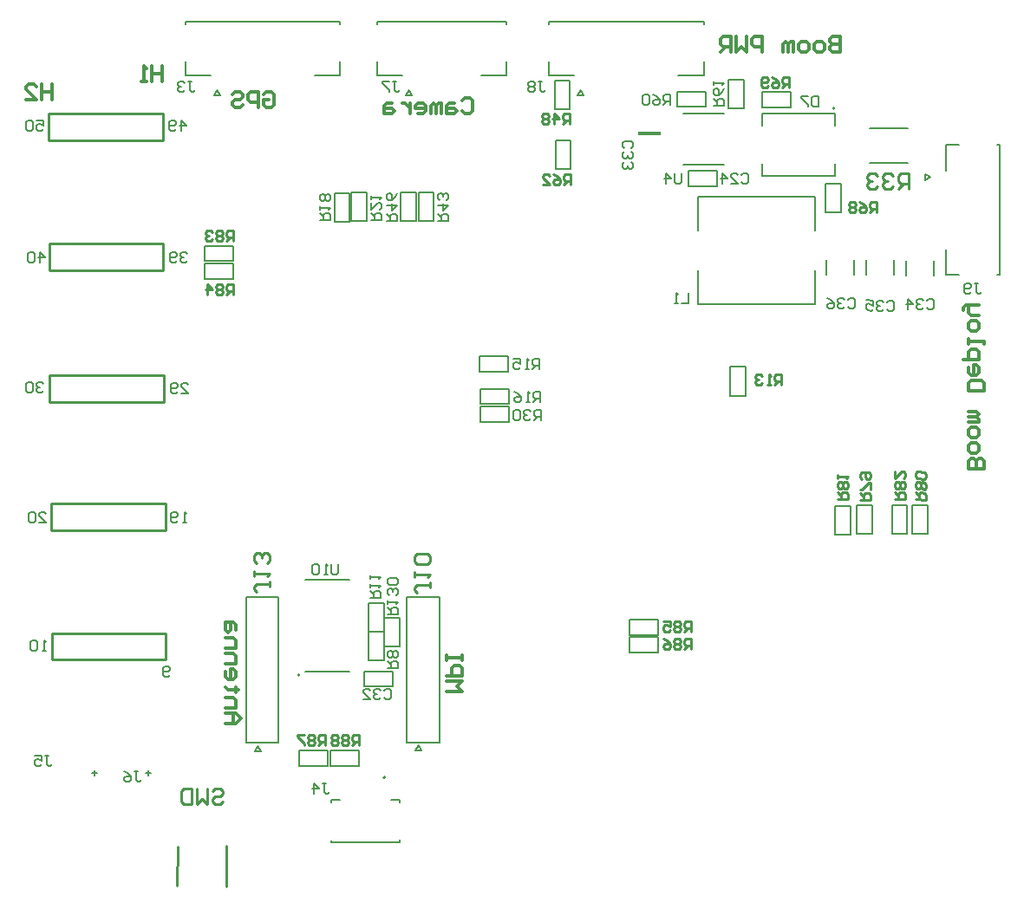
<source format=gbo>
G04*
G04 #@! TF.GenerationSoftware,Altium Limited,Altium Designer,24.2.2 (26)*
G04*
G04 Layer_Color=32896*
%FSLAX44Y44*%
%MOMM*%
G71*
G04*
G04 #@! TF.SameCoordinates,141F1B0E-D353-456E-9C8B-26D142171627*
G04*
G04*
G04 #@! TF.FilePolarity,Positive*
G04*
G01*
G75*
%ADD11C,0.2000*%
%ADD14C,0.1524*%
%ADD15C,0.1270*%
%ADD16C,0.2540*%
%ADD17C,0.2032*%
%ADD19C,0.3556*%
%ADD20R,2.2000X0.4000*%
D11*
X798500Y767250D02*
G03*
X798500Y767250I-1000J0D01*
G01*
X276102Y213808D02*
G03*
X276102Y213808I-1000J0D01*
G01*
X359750Y113700D02*
G03*
X359750Y113700I-1000J0D01*
G01*
X525000Y766750D02*
X540000D01*
Y794750D01*
X525000D02*
X540000D01*
X525000Y766750D02*
Y794750D01*
X790500Y604500D02*
Y619000D01*
X817500Y604500D02*
Y619000D01*
X829250Y605000D02*
Y619500D01*
X856250Y605000D02*
Y619500D01*
X868250Y604250D02*
Y618750D01*
X895250Y604250D02*
Y618750D01*
X694750Y767500D02*
Y795500D01*
X709750D01*
Y767500D02*
Y795500D01*
X694750Y767500D02*
X709750D01*
X275750Y140250D02*
X303750D01*
Y125250D02*
Y140250D01*
X275750Y125250D02*
X303750D01*
X275750D02*
Y140250D01*
X306250Y140000D02*
X334250D01*
Y125000D02*
Y140000D01*
X306250Y125000D02*
X334250D01*
X306250D02*
Y140000D01*
X597750Y253000D02*
X625750D01*
X597750D02*
Y268000D01*
X625750D01*
Y253000D02*
Y268000D01*
X597750Y250750D02*
X625750D01*
Y235750D02*
Y250750D01*
X597750Y235750D02*
X625750D01*
X597750D02*
Y250750D01*
X183500Y618250D02*
X211500D01*
X183500D02*
Y633250D01*
X211500D01*
Y618250D02*
Y633250D01*
X183500Y615500D02*
X211500D01*
Y600500D02*
Y615500D01*
X183500Y600500D02*
X211500D01*
X183500D02*
Y615500D01*
X869250Y351500D02*
Y379500D01*
X854250Y351500D02*
X869250D01*
X854250D02*
Y379500D01*
X869250D01*
X814000Y351250D02*
Y379250D01*
X799000Y351250D02*
X814000D01*
X799000D02*
Y379250D01*
X814000D01*
X874500Y351750D02*
Y379750D01*
X889500D01*
Y351750D02*
Y379750D01*
X874500Y351750D02*
X889500D01*
X820000Y351500D02*
Y379500D01*
X835000D01*
Y351500D02*
Y379500D01*
X820000Y351500D02*
X835000D01*
X540750Y708250D02*
Y736250D01*
X525750Y708250D02*
X540750D01*
X525750D02*
Y736250D01*
X540750D01*
X711500Y486750D02*
Y514750D01*
X696500Y486750D02*
X711500D01*
X696500D02*
Y514750D01*
X711500D01*
X452250Y476000D02*
X480250D01*
Y461000D02*
Y476000D01*
X452250Y461000D02*
X480250D01*
X452250D02*
Y476000D01*
Y493500D02*
X480250D01*
Y478500D02*
Y493500D01*
X452250Y478500D02*
X480250D01*
X452250D02*
Y493500D01*
X451250Y525250D02*
X479250D01*
Y510250D02*
Y525250D01*
X451250Y510250D02*
X479250D01*
X451250D02*
Y525250D01*
X392000Y657000D02*
Y685000D01*
X407000D01*
Y657000D02*
Y685000D01*
X392000Y657000D02*
X407000D01*
X375000Y657250D02*
Y685250D01*
X390000D01*
Y657250D02*
Y685250D01*
X375000Y657250D02*
X390000D01*
X789750Y665750D02*
Y693750D01*
X804750D01*
Y665750D02*
Y693750D01*
X789750Y665750D02*
X804750D01*
X684000Y691250D02*
Y706250D01*
X656000D02*
X684000D01*
X656000Y691250D02*
Y706250D01*
Y691250D02*
X684000D01*
X339250Y202500D02*
Y217500D01*
Y202500D02*
X367250D01*
Y217500D01*
X339250D02*
X367250D01*
X358602Y269808D02*
X373602D01*
X358602Y241808D02*
Y269808D01*
Y241808D02*
X373602D01*
Y269808D01*
X343602Y255808D02*
X358602D01*
X343602Y227808D02*
Y255808D01*
Y227808D02*
X358602D01*
Y255808D01*
X343602Y283808D02*
X358602D01*
X343602Y255808D02*
Y283808D01*
Y255808D02*
X358602D01*
Y283808D01*
X310000Y684750D02*
X325000D01*
X310000Y656750D02*
Y684750D01*
Y656750D02*
X325000D01*
Y684750D01*
X326750Y685000D02*
X341750D01*
X326750Y657000D02*
Y685000D01*
Y657000D02*
X341750D01*
Y685000D01*
X672500Y768750D02*
Y783750D01*
X644500D02*
X672500D01*
X644500Y768750D02*
Y783750D01*
Y768750D02*
X672500D01*
X727500Y768250D02*
Y783250D01*
Y768250D02*
X755500D01*
Y783250D01*
X727500D02*
X755500D01*
D14*
X779449Y576045D02*
Y609167D01*
Y648333D02*
Y681455D01*
X665149D02*
X779449D01*
X665149Y576045D02*
Y609167D01*
Y576045D02*
X779449D01*
X665149Y648333D02*
Y681455D01*
X281893Y306766D02*
X324311D01*
X281893Y216850D02*
X324311D01*
X73274Y117813D02*
X78352D01*
X75813Y120352D02*
Y115274D01*
X125774Y117813D02*
X130852D01*
X128313Y120352D02*
Y115274D01*
D15*
X832500Y748250D02*
X869500D01*
X832500Y714250D02*
X869500D01*
X798750Y750485D02*
Y762500D01*
X727750D02*
X798750D01*
X727750Y750485D02*
Y762500D01*
X798750Y701500D02*
Y713515D01*
X727750Y701500D02*
X798750D01*
X727750D02*
Y713515D01*
X645950Y800000D02*
X670750D01*
X519250D02*
X544050D01*
X519250Y852000D02*
X670750D01*
X519250Y800000D02*
Y813000D01*
X670750Y800000D02*
Y813000D01*
X547300Y780150D02*
X553300D01*
X550300Y785150D02*
X553300Y780150D01*
X547300D02*
X550300Y785150D01*
X519250Y849500D02*
Y852000D01*
X670750Y849500D02*
Y852000D01*
X956750Y605000D02*
X959250D01*
X956750Y731500D02*
X959250D01*
X887200Y703250D02*
X892200Y700250D01*
X887200Y697250D02*
X892200Y700250D01*
X887200Y697250D02*
Y703250D01*
X907250Y605000D02*
X920250D01*
X907250Y731500D02*
X920250D01*
X959250Y605000D02*
Y731500D01*
X907250Y706700D02*
Y731500D01*
Y605000D02*
Y629800D01*
X380602Y147808D02*
Y290308D01*
Y147808D02*
X412602D01*
Y290308D01*
X380602D02*
X412602D01*
X389102Y139808D02*
X395102D01*
X392102Y144808D02*
X395102Y139808D01*
X389102D02*
X392102Y144808D01*
X650500Y712250D02*
X690500D01*
X650500Y762750D02*
X690500D01*
X374000Y89300D02*
Y92000D01*
X365250D02*
X374000D01*
X306500D02*
X315250D01*
X306500Y89300D02*
Y92000D01*
Y50000D02*
Y52000D01*
Y50000D02*
X374000D01*
Y52500D01*
X478250Y849500D02*
Y852000D01*
X351750Y849500D02*
Y852000D01*
X380000Y779950D02*
X383000Y784950D01*
X386000Y779950D01*
X380000D02*
X386000D01*
X478250Y800000D02*
Y813000D01*
X351750Y800000D02*
Y813000D01*
Y852000D02*
X478250D01*
X351750Y800000D02*
X376550D01*
X453450D02*
X478250D01*
X223602Y147308D02*
Y289808D01*
Y147308D02*
X255602D01*
Y289808D01*
X223602D02*
X255602D01*
X232102Y139308D02*
X238102D01*
X235102Y144308D02*
X238102Y139308D01*
X232102D02*
X235102Y144308D01*
X290950Y800000D02*
X315750D01*
X164250D02*
X189050D01*
X164250Y852000D02*
X315750D01*
X164250Y800000D02*
Y813000D01*
X315750Y800000D02*
Y813000D01*
X192300Y780150D02*
X198300D01*
X195300Y785150D02*
X198300Y780150D01*
X192300D02*
X195300Y785150D01*
X164250Y849500D02*
Y852000D01*
X315750Y849500D02*
Y852000D01*
D16*
X33250Y355000D02*
X144750D01*
X33250Y381000D02*
X144750D01*
Y355000D02*
Y381000D01*
X33250Y355000D02*
Y381000D01*
X32000Y480750D02*
X143500D01*
X32000Y506750D02*
X143500D01*
Y480750D02*
Y506750D01*
X32000Y480750D02*
Y506750D01*
X31500Y609250D02*
X143000D01*
X31500Y635250D02*
X143000D01*
Y609250D02*
Y635250D01*
X31500Y609250D02*
Y635250D01*
X31000Y736250D02*
X142500D01*
X31000Y762250D02*
X142500D01*
Y736250D02*
Y762250D01*
X31000Y736250D02*
Y762250D01*
X34000Y228750D02*
X145500D01*
X34000Y254750D02*
X145500D01*
Y228750D02*
Y254750D01*
X34000Y228750D02*
Y254750D01*
X156590Y7820D02*
X156840Y46320D01*
X204340Y7570D02*
X204567Y46740D01*
X190757Y100580D02*
X193297Y103119D01*
X198375D01*
X200914Y100580D01*
Y98041D01*
X198375Y95501D01*
X193297D01*
X190757Y92962D01*
Y90423D01*
X193297Y87884D01*
X198375D01*
X200914Y90423D01*
X185679Y103119D02*
Y87884D01*
X180601Y92962D01*
X175522Y87884D01*
Y103119D01*
X170444D02*
Y87884D01*
X162826D01*
X160287Y90423D01*
Y100580D01*
X162826Y103119D01*
X170444D01*
X333806Y145210D02*
X333778Y155366D01*
X328700Y155352D01*
X327012Y153654D01*
X327021Y150269D01*
X328719Y148581D01*
X333797Y148595D01*
X330411Y148586D02*
X327035Y145191D01*
X323626Y153645D02*
X321929Y155333D01*
X318543Y155324D01*
X316855Y153626D01*
X316860Y151933D01*
X318557Y150245D01*
X316869Y148548D01*
X316874Y146855D01*
X318571Y145167D01*
X321957Y145176D01*
X323645Y146874D01*
X323640Y148567D01*
X321943Y150255D01*
X323631Y151952D01*
X323626Y153645D01*
X321943Y150255D02*
X318557Y150245D01*
X313469Y153617D02*
X311772Y155305D01*
X308386Y155295D01*
X306698Y153598D01*
X306703Y151905D01*
X308400Y150217D01*
X306712Y148519D01*
X306717Y146827D01*
X308415Y145139D01*
X311800Y145148D01*
X313488Y146846D01*
X313484Y148538D01*
X311786Y150226D01*
X313474Y151924D01*
X313469Y153617D01*
X311786Y150226D02*
X308400Y150217D01*
X301266Y145103D02*
X301318Y155260D01*
X296239Y155286D01*
X294538Y153601D01*
X294521Y150216D01*
X296205Y148514D01*
X301284Y148489D01*
X297898Y148506D02*
X294495Y145138D01*
X291153Y153618D02*
X289468Y155320D01*
X286083Y155337D01*
X284382Y153653D01*
X284373Y151960D01*
X286057Y150259D01*
X284356Y148574D01*
X284347Y146882D01*
X286032Y145180D01*
X289417Y145163D01*
X291118Y146847D01*
X291127Y148540D01*
X289443Y150241D01*
X291144Y151926D01*
X291153Y153618D01*
X289443Y150241D02*
X286057Y150259D01*
X281005Y155363D02*
X274233Y155397D01*
X274225Y153704D01*
X280962Y146899D01*
X280953Y145206D01*
X658310Y238969D02*
X658274Y249126D01*
X653196Y249108D01*
X651509Y247409D01*
X651521Y244024D01*
X653220Y242337D01*
X658298Y242355D01*
X654913Y242343D02*
X651539Y238946D01*
X648124Y247397D02*
X646425Y249084D01*
X643039Y249072D01*
X641352Y247374D01*
X641358Y245681D01*
X643057Y243994D01*
X641370Y242295D01*
X641376Y240602D01*
X643075Y238916D01*
X646461Y238928D01*
X648148Y240626D01*
X648141Y242319D01*
X646443Y244006D01*
X648130Y245705D01*
X648124Y247397D01*
X646443Y244006D02*
X643057Y243994D01*
X631190Y249031D02*
X634581Y247350D01*
X637979Y243976D01*
X637991Y240591D01*
X636304Y238892D01*
X632919Y238880D01*
X631220Y240567D01*
X631214Y242260D01*
X632901Y243958D01*
X637979Y243976D01*
X658292Y255922D02*
Y266078D01*
X653214D01*
X651521Y264386D01*
Y261000D01*
X653214Y259307D01*
X658292D01*
X654907D02*
X651521Y255922D01*
X648136Y264386D02*
X646443Y266078D01*
X643057D01*
X641365Y264386D01*
Y262693D01*
X643057Y261000D01*
X641365Y259307D01*
Y257614D01*
X643057Y255922D01*
X646443D01*
X648136Y257614D01*
Y259307D01*
X646443Y261000D01*
X648136Y262693D01*
Y264386D01*
X646443Y261000D02*
X643057D01*
X631208Y266078D02*
X637979D01*
Y261000D01*
X634593Y262693D01*
X632901D01*
X631208Y261000D01*
Y257614D01*
X632901Y255922D01*
X636286D01*
X637979Y257614D01*
X211019Y585109D02*
X211066Y595265D01*
X205987Y595289D01*
X204287Y593604D01*
X204271Y590219D01*
X205956Y588518D01*
X211034Y588494D01*
X207649Y588510D02*
X204247Y585140D01*
X200901Y593620D02*
X199216Y595321D01*
X195831Y595336D01*
X194130Y593651D01*
X194122Y591959D01*
X195807Y590258D01*
X194107Y588573D01*
X194099Y586880D01*
X195784Y585180D01*
X199169Y585164D01*
X200870Y586849D01*
X200878Y588541D01*
X199193Y590242D01*
X200893Y591927D01*
X200901Y593620D01*
X199193Y590242D02*
X195807Y590258D01*
X185627Y585227D02*
X185674Y595383D01*
X190729Y590281D01*
X183958Y590313D01*
X210792Y638172D02*
Y648328D01*
X205714D01*
X204021Y646636D01*
Y643250D01*
X205714Y641557D01*
X210792D01*
X207407D02*
X204021Y638172D01*
X200636Y646636D02*
X198943Y648328D01*
X195557D01*
X193864Y646636D01*
Y644943D01*
X195557Y643250D01*
X193864Y641557D01*
Y639865D01*
X195557Y638172D01*
X198943D01*
X200636Y639865D01*
Y641557D01*
X198943Y643250D01*
X200636Y644943D01*
Y646636D01*
X198943Y643250D02*
X195557D01*
X190479Y646636D02*
X188786Y648328D01*
X185401D01*
X183708Y646636D01*
Y644943D01*
X185401Y643250D01*
X187093D01*
X185401D01*
X183708Y641557D01*
Y639865D01*
X185401Y638172D01*
X188786D01*
X190479Y639865D01*
X856922Y385208D02*
X867078Y385208D01*
X867078Y390286D01*
X865386Y391979D01*
X862000Y391979D01*
X860307Y390286D01*
X860307Y385208D01*
X860307Y388593D02*
X856922Y391979D01*
X865386Y395364D02*
X867078Y397057D01*
X867078Y400443D01*
X865386Y402136D01*
X863693Y402136D01*
X862000Y400443D01*
X860307Y402136D01*
X858614D01*
X856922Y400443D01*
X856922Y397057D01*
X858615Y395364D01*
X860307D01*
X862000Y397057D01*
X863693Y395364D01*
X865386Y395364D01*
X862000Y397057D02*
X862000Y400443D01*
X856921Y412292D02*
X856922Y405521D01*
X863693Y412292D01*
X865386Y412292D01*
X867078Y410600D01*
X867078Y407214D01*
X865386Y405521D01*
X801099Y385432D02*
X811256Y385370D01*
X811287Y390448D01*
X809604Y392151D01*
X806219Y392172D01*
X804516Y390489D01*
X804485Y385411D01*
X804505Y388797D02*
X801141Y392203D01*
X809625Y395536D02*
X811328Y397219D01*
X811349Y400604D01*
X809667Y402308D01*
X807974Y402318D01*
X806271Y400635D01*
X804588Y402339D01*
X802896Y402349D01*
X801192Y400667D01*
X801172Y397281D01*
X802854Y395578D01*
X804547Y395568D01*
X806250Y397250D01*
X807932Y395547D01*
X809625Y395536D01*
X806250Y397250D02*
X806271Y400635D01*
X801224Y405745D02*
X801244Y409130D01*
X801234Y407438D01*
X811391Y407375D01*
X809688Y405693D01*
X877312Y385249D02*
X887468Y385167D01*
X887510Y390245D01*
X885831Y391952D01*
X882445Y391979D01*
X880739Y390300D01*
X880698Y385222D01*
X880725Y388607D02*
X877367Y392020D01*
X885858Y395337D02*
X887564Y397016D01*
X887592Y400402D01*
X885913Y402108D01*
X884220Y402122D01*
X882514Y400443D01*
X880835Y402149D01*
X879142Y402163D01*
X877436Y400484D01*
X877408Y397098D01*
X879087Y395392D01*
X880780Y395378D01*
X882486Y397057D01*
X884165Y395351D01*
X885858Y395337D01*
X882486Y397057D02*
X882514Y400443D01*
X885940Y405494D02*
X887647Y407173D01*
X887674Y410558D01*
X885995Y412264D01*
X879224Y412319D01*
X877518Y410640D01*
X877490Y407255D01*
X879169Y405548D01*
X885940Y405494D01*
X823115Y384979D02*
X833272Y384937D01*
X833293Y390015D01*
X831607Y391715D01*
X828222Y391729D01*
X826522Y390043D01*
X826501Y384965D01*
X826515Y388350D02*
X823143Y391750D01*
X833314Y395093D02*
X833343Y401864D01*
X831650Y401871D01*
X824850Y395129D01*
X823158Y395136D01*
X824893Y405285D02*
X823207Y406985D01*
X823221Y410370D01*
X824921Y412056D01*
X831692Y412028D01*
X833378Y410328D01*
X833364Y406943D01*
X831664Y405257D01*
X829971Y405264D01*
X828285Y406964D01*
X828306Y412042D01*
X540292Y693172D02*
Y703328D01*
X535214D01*
X533521Y701636D01*
Y698250D01*
X535214Y696557D01*
X540292D01*
X536907D02*
X533521Y693172D01*
X523364Y703328D02*
X526750Y701636D01*
X530136Y698250D01*
Y694864D01*
X528443Y693172D01*
X525057D01*
X523364Y694864D01*
Y696557D01*
X525057Y698250D01*
X530136D01*
X513208Y693172D02*
X519979D01*
X513208Y699943D01*
Y701636D01*
X514901Y703328D01*
X518286D01*
X519979Y701636D01*
X539524Y751872D02*
X539561Y762029D01*
X534483Y762047D01*
X532784Y760361D01*
X532771Y756975D01*
X534458Y755276D01*
X539536Y755257D01*
X536150Y755270D02*
X532752Y751897D01*
X524289Y751928D02*
X524326Y762085D01*
X529386Y756988D01*
X522615Y757012D01*
X519241Y760411D02*
X517555Y762110D01*
X514169Y762122D01*
X512470Y760435D01*
X512464Y758743D01*
X514151Y757044D01*
X512452Y755357D01*
X512445Y753664D01*
X514132Y751965D01*
X517518Y751953D01*
X519216Y753639D01*
X519223Y755332D01*
X517536Y757031D01*
X519235Y758718D01*
X519241Y760411D01*
X517536Y757031D02*
X514151Y757044D01*
X745946Y497172D02*
Y507328D01*
X740868D01*
X739175Y505636D01*
Y502250D01*
X740868Y500557D01*
X745946D01*
X742560D02*
X739175Y497172D01*
X735789D02*
X732404D01*
X734096D01*
Y507328D01*
X735789Y505636D01*
X727325D02*
X725632Y507328D01*
X722247D01*
X720554Y505636D01*
Y503943D01*
X722247Y502250D01*
X723940D01*
X722247D01*
X720554Y500557D01*
Y498865D01*
X722247Y497172D01*
X725632D01*
X727325Y498865D01*
X871064Y688633D02*
Y703868D01*
X863446D01*
X860907Y701328D01*
Y696250D01*
X863446Y693711D01*
X871064D01*
X865985D02*
X860907Y688633D01*
X855828Y701328D02*
X853289Y703868D01*
X848211D01*
X845672Y701328D01*
Y698789D01*
X848211Y696250D01*
X850750D01*
X848211D01*
X845672Y693711D01*
Y691172D01*
X848211Y688633D01*
X853289D01*
X855828Y691172D01*
X840593Y701328D02*
X838054Y703868D01*
X832976D01*
X830437Y701328D01*
Y698789D01*
X832976Y696250D01*
X835515D01*
X832976D01*
X830437Y693711D01*
Y691172D01*
X832976Y688633D01*
X838054D01*
X840593Y691172D01*
X753988Y787780D02*
X754095Y797936D01*
X749017Y797990D01*
X747306Y796315D01*
X747271Y792929D01*
X748946Y791219D01*
X754024Y791166D01*
X750639Y791201D02*
X747218Y787851D01*
X737168Y798114D02*
X740536Y796385D01*
X743885Y792965D01*
X743850Y789579D01*
X742140Y787904D01*
X738754Y787940D01*
X737079Y789650D01*
X737097Y791343D01*
X738807Y793018D01*
X743885Y792965D01*
X733694Y789686D02*
X731983Y788010D01*
X728598Y788046D01*
X726923Y789756D01*
X726994Y796527D01*
X728704Y798202D01*
X732090Y798167D01*
X733765Y796456D01*
X733747Y794764D01*
X732037Y793089D01*
X726958Y793142D01*
X839042Y666172D02*
Y676328D01*
X833964D01*
X832271Y674636D01*
Y671250D01*
X833964Y669557D01*
X839042D01*
X835657D02*
X832271Y666172D01*
X822114Y676328D02*
X825500Y674636D01*
X828886Y671250D01*
Y667865D01*
X827193Y666172D01*
X823807D01*
X822114Y667865D01*
Y669557D01*
X823807Y671250D01*
X828886D01*
X818729Y674636D02*
X817036Y676328D01*
X813651D01*
X811958Y674636D01*
Y672943D01*
X813651Y671250D01*
X811958Y669557D01*
Y667865D01*
X813651Y666172D01*
X817036D01*
X818729Y667865D01*
Y669557D01*
X817036Y671250D01*
X818729Y672943D01*
Y674636D01*
X817036Y671250D02*
X813651D01*
X246368Y305363D02*
Y300285D01*
Y302824D01*
X233672D01*
X231133Y300285D01*
Y297745D01*
X233672Y295206D01*
X231133Y310441D02*
Y315520D01*
Y312980D01*
X246368D01*
X243828Y310441D01*
Y323137D02*
X246368Y325676D01*
Y330755D01*
X243828Y333294D01*
X241289D01*
X238750Y330755D01*
Y328215D01*
Y330755D01*
X236211Y333294D01*
X233672D01*
X231133Y330755D01*
Y325676D01*
X233672Y323137D01*
X403096Y304041D02*
Y298962D01*
Y301502D01*
X390400D01*
X387860Y298962D01*
Y296423D01*
X390400Y293884D01*
X387860Y309119D02*
Y314198D01*
Y311658D01*
X403096D01*
X400556Y309119D01*
Y321815D02*
X403096Y324354D01*
Y329433D01*
X400556Y331972D01*
X390400D01*
X387860Y329433D01*
Y324354D01*
X390400Y321815D01*
X400556D01*
D17*
X160140Y745532D02*
Y755689D01*
X165218Y750610D01*
X158447D01*
X155061Y747225D02*
X153369Y745532D01*
X149983D01*
X148290Y747225D01*
Y753996D01*
X149983Y755689D01*
X153369D01*
X155061Y753996D01*
Y752303D01*
X153369Y750610D01*
X148290D01*
X166218Y625496D02*
X164525Y627189D01*
X161140D01*
X159447Y625496D01*
Y623803D01*
X161140Y622110D01*
X162832D01*
X161140D01*
X159447Y620418D01*
Y618725D01*
X161140Y617032D01*
X164525D01*
X166218Y618725D01*
X156061D02*
X154368Y617032D01*
X150983D01*
X149290Y618725D01*
Y625496D01*
X150983Y627189D01*
X154368D01*
X156061Y625496D01*
Y623803D01*
X154368Y622110D01*
X149290D01*
X160447Y488782D02*
X167218D01*
X160447Y495553D01*
Y497246D01*
X162140Y498939D01*
X165525D01*
X167218Y497246D01*
X157061Y490475D02*
X155368Y488782D01*
X151983D01*
X150290Y490475D01*
Y497246D01*
X151983Y498939D01*
X155368D01*
X157061Y497246D01*
Y495553D01*
X155368Y493860D01*
X150290D01*
X165218Y362782D02*
X161832D01*
X163525D01*
Y372939D01*
X165218Y371246D01*
X156754Y364475D02*
X155061Y362782D01*
X151676D01*
X149983Y364475D01*
Y371246D01*
X151676Y372939D01*
X155061D01*
X156754Y371246D01*
Y369553D01*
X155061Y367860D01*
X149983D01*
X149218Y213725D02*
X147525Y212032D01*
X144140D01*
X142447Y213725D01*
Y220496D01*
X144140Y222189D01*
X147525D01*
X149218Y220496D01*
Y218803D01*
X147525Y217110D01*
X142447D01*
X19197Y755939D02*
X25968D01*
Y750860D01*
X22582Y752553D01*
X20890D01*
X19197Y750860D01*
Y747475D01*
X20890Y745782D01*
X24275D01*
X25968Y747475D01*
X15811Y754246D02*
X14118Y755939D01*
X10733D01*
X9040Y754246D01*
Y747475D01*
X10733Y745782D01*
X14118D01*
X15811Y747475D01*
Y754246D01*
X22140Y616782D02*
Y626939D01*
X27218Y621860D01*
X20447D01*
X17061Y625246D02*
X15368Y626939D01*
X11983D01*
X10290Y625246D01*
Y618475D01*
X11983Y616782D01*
X15368D01*
X17061Y618475D01*
Y625246D01*
X25968Y498496D02*
X24275Y500189D01*
X20890D01*
X19197Y498496D01*
Y496803D01*
X20890Y495110D01*
X22582D01*
X20890D01*
X19197Y493418D01*
Y491725D01*
X20890Y490032D01*
X24275D01*
X25968Y491725D01*
X15811Y498496D02*
X14118Y500189D01*
X10733D01*
X9040Y498496D01*
Y491725D01*
X10733Y490032D01*
X14118D01*
X15811Y491725D01*
Y498496D01*
X21447Y363032D02*
X28218D01*
X21447Y369803D01*
Y371496D01*
X23140Y373189D01*
X26525D01*
X28218Y371496D01*
X18061D02*
X16368Y373189D01*
X12983D01*
X11290Y371496D01*
Y364725D01*
X12983Y363032D01*
X16368D01*
X18061Y364725D01*
Y371496D01*
X28218Y237032D02*
X24832D01*
X26525D01*
Y247189D01*
X28218Y245496D01*
X19754D02*
X18061Y247189D01*
X14676D01*
X12983Y245496D01*
Y238725D01*
X14676Y237032D01*
X18061D01*
X19754Y238725D01*
Y245496D01*
X114697Y119439D02*
X118082D01*
X116390D01*
Y110975D01*
X118082Y109282D01*
X119775D01*
X121468Y110975D01*
X104540Y119439D02*
X107926Y117746D01*
X111311Y114360D01*
Y110975D01*
X109619Y109282D01*
X106233D01*
X104540Y110975D01*
Y112668D01*
X106233Y114360D01*
X111311D01*
X27197Y134939D02*
X30582D01*
X28890D01*
Y126475D01*
X30582Y124782D01*
X32275D01*
X33968Y126475D01*
X17040Y134939D02*
X23811D01*
Y129860D01*
X20426Y131553D01*
X18733D01*
X17040Y129860D01*
Y126475D01*
X18733Y124782D01*
X22118D01*
X23811Y126475D01*
X298365Y108202D02*
X301750D01*
X300058D01*
Y99738D01*
X301750Y98046D01*
X303443D01*
X305136Y99738D01*
X289901Y98046D02*
Y108202D01*
X294979Y103124D01*
X288208D01*
X655628Y586932D02*
X655411Y576778D01*
X648641Y576923D01*
X645256Y576995D02*
X641872Y577068D01*
X643564Y577032D01*
X643782Y587186D01*
X645438Y585457D01*
X680012Y770220D02*
X690168Y770083D01*
X690237Y775161D01*
X688567Y776876D01*
X685182Y776922D01*
X683466Y775252D01*
X683398Y770174D01*
X683443Y773560D02*
X680104Y776991D01*
X690396Y787009D02*
X688658Y783647D01*
X685227Y780307D01*
X681842Y780353D01*
X680172Y782069D01*
X680218Y785454D01*
X681933Y787124D01*
X683626Y787101D01*
X685296Y785385D01*
X685227Y780307D01*
X680286Y790532D02*
X680332Y793917D01*
X680309Y792224D01*
X690465Y792087D01*
X688749Y790417D01*
X638292Y770922D02*
Y781078D01*
X633214D01*
X631521Y779386D01*
Y776000D01*
X633214Y774307D01*
X638292D01*
X634907D02*
X631521Y770922D01*
X621364Y781078D02*
X624750Y779386D01*
X628136Y776000D01*
Y772615D01*
X626443Y770922D01*
X623057D01*
X621364Y772615D01*
Y774307D01*
X623057Y776000D01*
X628136D01*
X617979Y779386D02*
X616286Y781078D01*
X612901D01*
X611208Y779386D01*
Y772615D01*
X612901Y770922D01*
X616286D01*
X617979Y772615D01*
Y779386D01*
X935193Y596828D02*
X938578D01*
X936886D01*
Y588364D01*
X938578Y586672D01*
X940271D01*
X941964Y588364D01*
X931807D02*
X930114Y586672D01*
X926729D01*
X925036Y588364D01*
Y595136D01*
X926729Y596828D01*
X930114D01*
X931807Y595136D01*
Y593443D01*
X930114Y591750D01*
X925036D01*
X782964Y779328D02*
Y769172D01*
X777886D01*
X776193Y770864D01*
Y777636D01*
X777886Y779328D01*
X782964D01*
X772807D02*
X766036D01*
Y777636D01*
X772807Y770864D01*
Y769172D01*
X811535Y580608D02*
X813235Y582294D01*
X816620Y582280D01*
X818306Y580580D01*
X818278Y573809D01*
X816579Y572123D01*
X813193Y572137D01*
X811507Y573837D01*
X808149Y580622D02*
X806464Y582321D01*
X803078Y582335D01*
X801378Y580649D01*
X801371Y578957D01*
X803057Y577257D01*
X804750Y577250D01*
X803057Y577257D01*
X801358Y575571D01*
X801351Y573878D01*
X803036Y572179D01*
X806422Y572165D01*
X808122Y573851D01*
X791229Y582384D02*
X794607Y580677D01*
X797979Y577278D01*
X797965Y573892D01*
X796265Y572206D01*
X792880Y572220D01*
X791194Y573920D01*
X791201Y575613D01*
X792901Y577299D01*
X797979Y577278D01*
X849550Y578078D02*
X851257Y579756D01*
X854642Y579728D01*
X856320Y578021D01*
X856263Y571250D01*
X854556Y569571D01*
X851171Y569600D01*
X849492Y571307D01*
X846164Y578107D02*
X844486Y579814D01*
X841100Y579843D01*
X839393Y578164D01*
X839379Y576471D01*
X841057Y574764D01*
X842750Y574750D01*
X841057Y574764D01*
X839350Y573086D01*
X839336Y571393D01*
X841014Y569686D01*
X844400Y569658D01*
X846107Y571336D01*
X829251Y579943D02*
X836022Y579886D01*
X835979Y574808D01*
X832608Y576529D01*
X830915Y576543D01*
X829208Y574865D01*
X829180Y571479D01*
X830858Y569772D01*
X834243Y569744D01*
X835950Y571422D01*
X888271Y579386D02*
X889964Y581078D01*
X893350D01*
X895042Y579386D01*
Y572615D01*
X893350Y570922D01*
X889964D01*
X888271Y572615D01*
X884886Y579386D02*
X883193Y581078D01*
X879807D01*
X878114Y579386D01*
Y577693D01*
X879807Y576000D01*
X881500D01*
X879807D01*
X878114Y574307D01*
Y572615D01*
X879807Y570922D01*
X883193D01*
X884886Y572615D01*
X869650Y570922D02*
Y581078D01*
X874729Y576000D01*
X867958D01*
X592864Y728521D02*
X591172Y730214D01*
Y733599D01*
X592864Y735292D01*
X599636D01*
X601328Y733599D01*
Y730214D01*
X599636Y728521D01*
X592864Y725136D02*
X591172Y723443D01*
Y720057D01*
X592864Y718364D01*
X594557D01*
X596250Y720057D01*
Y721750D01*
Y720057D01*
X597943Y718364D01*
X599636D01*
X601328Y720057D01*
Y723443D01*
X599636Y725136D01*
X592864Y714979D02*
X591172Y713286D01*
Y709901D01*
X592864Y708208D01*
X594557D01*
X596250Y709901D01*
Y711593D01*
Y709901D01*
X597943Y708208D01*
X599636D01*
X601328Y709901D01*
Y713286D01*
X599636Y714979D01*
X511777Y462632D02*
X511807Y472789D01*
X506729Y472804D01*
X505031Y471116D01*
X505021Y467730D01*
X506709Y466033D01*
X511787Y466018D01*
X508402Y466028D02*
X505006Y462652D01*
X501645Y471126D02*
X499958Y472823D01*
X496572Y472833D01*
X494874Y471145D01*
X494869Y469453D01*
X496557Y467755D01*
X498250Y467750D01*
X496557Y467755D01*
X494860Y466067D01*
X494855Y464374D01*
X496542Y462677D01*
X499928Y462667D01*
X501626Y464355D01*
X491489Y471155D02*
X489801Y472853D01*
X486415Y472863D01*
X484718Y471175D01*
X484698Y464404D01*
X486386Y462706D01*
X489771Y462696D01*
X491469Y464384D01*
X491489Y471155D01*
X345422Y657900D02*
X355578D01*
Y662979D01*
X353886Y664672D01*
X350500D01*
X348807Y662979D01*
Y657900D01*
Y661286D02*
X345422Y664672D01*
Y674828D02*
Y668057D01*
X352193Y674828D01*
X353886D01*
X355578Y673136D01*
Y669750D01*
X353886Y668057D01*
X345422Y678214D02*
Y681600D01*
Y679907D01*
X355578D01*
X353886Y678214D01*
X295922Y658054D02*
X306078D01*
Y663132D01*
X304386Y664825D01*
X301000D01*
X299307Y663132D01*
Y658054D01*
Y661440D02*
X295922Y664825D01*
Y668211D02*
Y671596D01*
Y669904D01*
X306078D01*
X304386Y668211D01*
Y676675D02*
X306078Y678368D01*
Y681753D01*
X304386Y683446D01*
X302693D01*
X301000Y681753D01*
X299307Y683446D01*
X297614D01*
X295922Y681753D01*
Y678368D01*
X297614Y676675D01*
X299307D01*
X301000Y678368D01*
X302693Y676675D01*
X304386D01*
X301000Y678368D02*
Y681753D01*
X510663Y480340D02*
X510728Y490497D01*
X505650Y490529D01*
X503946Y488848D01*
X503925Y485462D01*
X505606Y483758D01*
X510685Y483726D01*
X507299Y483747D02*
X503892Y480384D01*
X500507Y480406D02*
X497121Y480427D01*
X498814Y480416D01*
X498879Y490573D01*
X500561Y488869D01*
X485337Y490660D02*
X488712Y488945D01*
X492075Y485538D01*
X492054Y482153D01*
X490350Y480471D01*
X486964Y480492D01*
X485283Y482196D01*
X485294Y483889D01*
X486997Y485571D01*
X492075Y485538D01*
X510476Y512747D02*
X510416Y522903D01*
X505337Y522873D01*
X503655Y521171D01*
X503675Y517785D01*
X505377Y516102D01*
X510456Y516132D01*
X507070Y516112D02*
X503705Y512707D01*
X500319Y512687D02*
X496934Y512667D01*
X498626Y512677D01*
X498566Y522833D01*
X500269Y521151D01*
X485024Y522753D02*
X491795Y522793D01*
X491825Y517715D01*
X488430Y519388D01*
X486737Y519378D01*
X485054Y517675D01*
X485074Y514290D01*
X486777Y512607D01*
X490163Y512627D01*
X491845Y514330D01*
X345024Y288805D02*
X355180D01*
Y293883D01*
X353488Y295576D01*
X350102D01*
X348409Y293883D01*
Y288805D01*
Y292190D02*
X345024Y295576D01*
Y298962D02*
Y302347D01*
Y300654D01*
X355180D01*
X353488Y298962D01*
X345024Y307425D02*
Y310811D01*
Y309118D01*
X355180D01*
X353488Y307425D01*
X361922Y220786D02*
X372078D01*
Y225864D01*
X370386Y227557D01*
X367000D01*
X365307Y225864D01*
Y220786D01*
Y224172D02*
X361922Y227557D01*
X370386Y230943D02*
X372078Y232636D01*
Y236021D01*
X370386Y237714D01*
X368693D01*
X367000Y236021D01*
X365307Y237714D01*
X363614D01*
X361922Y236021D01*
Y232636D01*
X363614Y230943D01*
X365307D01*
X367000Y232636D01*
X368693Y230943D01*
X370386D01*
X367000Y232636D02*
Y236021D01*
X167555Y794002D02*
X170940D01*
X169248D01*
Y785538D01*
X170940Y783846D01*
X172633D01*
X174326Y785538D01*
X164169Y792310D02*
X162476Y794002D01*
X159091D01*
X157398Y792310D01*
Y790617D01*
X159091Y788924D01*
X160784D01*
X159091D01*
X157398Y787231D01*
Y785538D01*
X159091Y783846D01*
X162476D01*
X164169Y785538D01*
X313940Y321816D02*
Y313352D01*
X312247Y311660D01*
X308862D01*
X307169Y313352D01*
Y321816D01*
X303783Y311660D02*
X300398D01*
X302090D01*
Y321816D01*
X303783Y320124D01*
X295319D02*
X293626Y321816D01*
X290241D01*
X288548Y320124D01*
Y313352D01*
X290241Y311660D01*
X293626D01*
X295319Y313352D01*
Y320124D01*
X648964Y703828D02*
Y695364D01*
X647271Y693672D01*
X643886D01*
X642193Y695364D01*
Y703828D01*
X633729Y693672D02*
Y703828D01*
X638807Y698750D01*
X632036D01*
X362024Y273034D02*
X372180D01*
Y278112D01*
X370488Y279805D01*
X367102D01*
X365409Y278112D01*
Y273034D01*
Y276419D02*
X362024Y279805D01*
Y283190D02*
Y286576D01*
Y284883D01*
X372180D01*
X370488Y283190D01*
Y291654D02*
X372180Y293347D01*
Y296733D01*
X370488Y298426D01*
X368795D01*
X367102Y296733D01*
Y295040D01*
Y296733D01*
X365409Y298426D01*
X363716D01*
X362024Y296733D01*
Y293347D01*
X363716Y291654D01*
X370488Y301811D02*
X372180Y303504D01*
Y306889D01*
X370488Y308582D01*
X363716D01*
X362024Y306889D01*
Y303504D01*
X363716Y301811D01*
X370488D01*
X360672Y657708D02*
X370828D01*
Y662786D01*
X369136Y664479D01*
X365750D01*
X364057Y662786D01*
Y657708D01*
Y661093D02*
X360672Y664479D01*
Y672943D02*
X370828D01*
X365750Y667865D01*
Y674636D01*
X370828Y684792D02*
X369136Y681407D01*
X365750Y678021D01*
X362365D01*
X360672Y679714D01*
Y683100D01*
X362365Y684792D01*
X364057D01*
X365750Y683100D01*
Y678021D01*
X410922Y657458D02*
X421078D01*
Y662536D01*
X419386Y664229D01*
X416000D01*
X414307Y662536D01*
Y657458D01*
Y660843D02*
X410922Y664229D01*
Y672693D02*
X421078D01*
X416000Y667614D01*
Y674386D01*
X419386Y677771D02*
X421078Y679464D01*
Y682850D01*
X419386Y684542D01*
X417693D01*
X416000Y682850D01*
Y681157D01*
Y682850D01*
X414307Y684542D01*
X412614D01*
X410922Y682850D01*
Y679464D01*
X412614Y677771D01*
X509443Y794078D02*
X512828D01*
X511136D01*
Y785614D01*
X512828Y783922D01*
X514521D01*
X516214Y785614D01*
X506057Y792386D02*
X504364Y794078D01*
X500979D01*
X499286Y792386D01*
Y790693D01*
X500979Y789000D01*
X499286Y787307D01*
Y785614D01*
X500979Y783922D01*
X504364D01*
X506057Y785614D01*
Y787307D01*
X504364Y789000D01*
X506057Y790693D01*
Y792386D01*
X504364Y789000D02*
X500979D01*
X366693Y794078D02*
X370078D01*
X368386D01*
Y785614D01*
X370078Y783922D01*
X371771D01*
X373464Y785614D01*
X363307Y794078D02*
X356536D01*
Y792386D01*
X363307Y785614D01*
Y783922D01*
X358913Y198514D02*
X360606Y200207D01*
X363992D01*
X365684Y198514D01*
Y191743D01*
X363992Y190050D01*
X360606D01*
X358913Y191743D01*
X355528Y198514D02*
X353835Y200207D01*
X350449D01*
X348756Y198514D01*
Y196821D01*
X350449Y195128D01*
X352142D01*
X350449D01*
X348756Y193436D01*
Y191743D01*
X350449Y190050D01*
X353835D01*
X355528Y191743D01*
X338600Y190050D02*
X345371D01*
X338600Y196821D01*
Y198514D01*
X340293Y200207D01*
X343678D01*
X345371Y198514D01*
X707759Y702456D02*
X709452Y704148D01*
X712838D01*
X714530Y702456D01*
Y695684D01*
X712838Y693992D01*
X709452D01*
X707759Y695684D01*
X697602Y693992D02*
X704374D01*
X697602Y700763D01*
Y702456D01*
X699295Y704148D01*
X702681D01*
X704374Y702456D01*
X689138Y693992D02*
Y704148D01*
X694217Y699070D01*
X687446D01*
D19*
X141944Y809291D02*
Y794056D01*
Y801674D01*
X131787D01*
Y809291D01*
Y794056D01*
X126709D02*
X121631D01*
X124170D01*
Y809291D01*
X126709Y806752D01*
X34444Y791291D02*
Y776056D01*
Y783674D01*
X24287D01*
Y791291D01*
Y776056D01*
X9052D02*
X19209D01*
X9052Y786213D01*
Y788752D01*
X11591Y791291D01*
X16670D01*
X19209Y788752D01*
X804194Y837541D02*
Y822306D01*
X796577D01*
X794037Y824845D01*
Y827384D01*
X796577Y829924D01*
X804194D01*
X796577D01*
X794037Y832463D01*
Y835002D01*
X796577Y837541D01*
X804194D01*
X786420Y822306D02*
X781341D01*
X778802Y824845D01*
Y829924D01*
X781341Y832463D01*
X786420D01*
X788959Y829924D01*
Y824845D01*
X786420Y822306D01*
X771185D02*
X766106D01*
X763567Y824845D01*
Y829924D01*
X766106Y832463D01*
X771185D01*
X773724Y829924D01*
Y824845D01*
X771185Y822306D01*
X758489D02*
Y832463D01*
X755950D01*
X753410Y829924D01*
Y822306D01*
Y829924D01*
X750871Y832463D01*
X748332Y829924D01*
Y822306D01*
X728019D02*
Y837541D01*
X720401D01*
X717862Y835002D01*
Y829924D01*
X720401Y827384D01*
X728019D01*
X712784Y837541D02*
Y822306D01*
X707705Y827384D01*
X702627Y822306D01*
Y837541D01*
X697549Y822306D02*
Y837541D01*
X689931D01*
X687392Y835002D01*
Y829924D01*
X689931Y827384D01*
X697549D01*
X692470D02*
X687392Y822306D01*
X944619Y415056D02*
X929384D01*
Y422674D01*
X931924Y425213D01*
X934463D01*
X937002Y422674D01*
Y415056D01*
Y422674D01*
X939541Y425213D01*
X942080D01*
X944619Y422674D01*
Y415056D01*
X929384Y432830D02*
Y437909D01*
X931924Y440448D01*
X937002D01*
X939541Y437909D01*
Y432830D01*
X937002Y430291D01*
X931924D01*
X929384Y432830D01*
Y448065D02*
Y453144D01*
X931924Y455683D01*
X937002D01*
X939541Y453144D01*
Y448065D01*
X937002Y445526D01*
X931924D01*
X929384Y448065D01*
Y460761D02*
X939541D01*
Y463300D01*
X937002Y465840D01*
X929384D01*
X937002D01*
X939541Y468379D01*
X937002Y470918D01*
X929384D01*
X944619Y491231D02*
X929384D01*
Y498849D01*
X931924Y501388D01*
X942080D01*
X944619Y498849D01*
Y491231D01*
X929384Y514084D02*
Y509006D01*
X931924Y506466D01*
X937002D01*
X939541Y509006D01*
Y514084D01*
X937002Y516623D01*
X934463D01*
Y506466D01*
X924306Y521702D02*
X939541D01*
Y529319D01*
X937002Y531858D01*
X931924D01*
X929384Y529319D01*
Y521702D01*
Y536937D02*
Y542015D01*
Y539476D01*
X944619D01*
Y536937D01*
X929384Y552172D02*
Y557250D01*
X931924Y559789D01*
X937002D01*
X939541Y557250D01*
Y552172D01*
X937002Y549632D01*
X931924D01*
X929384Y552172D01*
X939541Y564868D02*
X931924D01*
X929384Y567407D01*
Y575024D01*
X926845D01*
X924306Y572485D01*
Y569946D01*
X929384Y575024D02*
X939541D01*
X240795Y781300D02*
X243335Y783839D01*
X248413D01*
X250952Y781300D01*
Y771143D01*
X248413Y768604D01*
X243335D01*
X240795Y771143D01*
Y776221D01*
X245874D01*
X235717Y768604D02*
Y783839D01*
X228099D01*
X225560Y781300D01*
Y776221D01*
X228099Y773682D01*
X235717D01*
X210325Y781300D02*
X212864Y783839D01*
X217943D01*
X220482Y781300D01*
Y778761D01*
X217943Y776221D01*
X212864D01*
X210325Y773682D01*
Y771143D01*
X212864Y768604D01*
X217943D01*
X220482Y771143D01*
X435105Y775204D02*
X437645Y777743D01*
X442723D01*
X445262Y775204D01*
Y765047D01*
X442723Y762508D01*
X437645D01*
X435105Y765047D01*
X427488Y772665D02*
X422409D01*
X419870Y770126D01*
Y762508D01*
X427488D01*
X430027Y765047D01*
X427488Y767586D01*
X419870D01*
X414792Y762508D02*
Y772665D01*
X412253D01*
X409714Y770126D01*
Y762508D01*
Y770126D01*
X407174Y772665D01*
X404635Y770126D01*
Y762508D01*
X391939D02*
X397018D01*
X399557Y765047D01*
Y770126D01*
X397018Y772665D01*
X391939D01*
X389400Y770126D01*
Y767586D01*
X399557D01*
X384322Y772665D02*
Y762508D01*
Y767586D01*
X381782Y770126D01*
X379243Y772665D01*
X376704D01*
X366548D02*
X361469D01*
X358930Y770126D01*
Y762508D01*
X366548D01*
X369087Y765047D01*
X366548Y767586D01*
X358930D01*
X203708Y166370D02*
X213865D01*
X218943Y171448D01*
X213865Y176527D01*
X203708D01*
X211325D01*
Y166370D01*
X203708Y181605D02*
X213865D01*
Y189223D01*
X211325Y191762D01*
X203708D01*
X216404Y199379D02*
X213865D01*
Y196840D01*
Y201919D01*
Y199379D01*
X206247D01*
X203708Y201919D01*
Y217154D02*
Y212075D01*
X206247Y209536D01*
X211325D01*
X213865Y212075D01*
Y217154D01*
X211325Y219693D01*
X208786D01*
Y209536D01*
X203708Y224771D02*
X213865D01*
Y232389D01*
X211325Y234928D01*
X203708D01*
Y240006D02*
X213865D01*
Y247624D01*
X211325Y250163D01*
X203708D01*
X213865Y257780D02*
Y262859D01*
X211325Y265398D01*
X203708D01*
Y257780D01*
X206247Y255241D01*
X208786Y257780D01*
Y265398D01*
X419862Y197866D02*
X435097D01*
X430019Y202944D01*
X435097Y208023D01*
X419862D01*
Y213101D02*
X435097D01*
Y220719D01*
X432558Y223258D01*
X427480D01*
X424940Y220719D01*
Y213101D01*
X435097Y228336D02*
Y233414D01*
Y230875D01*
X419862D01*
Y228336D01*
Y233414D01*
D20*
X617987Y743013D02*
D03*
M02*

</source>
